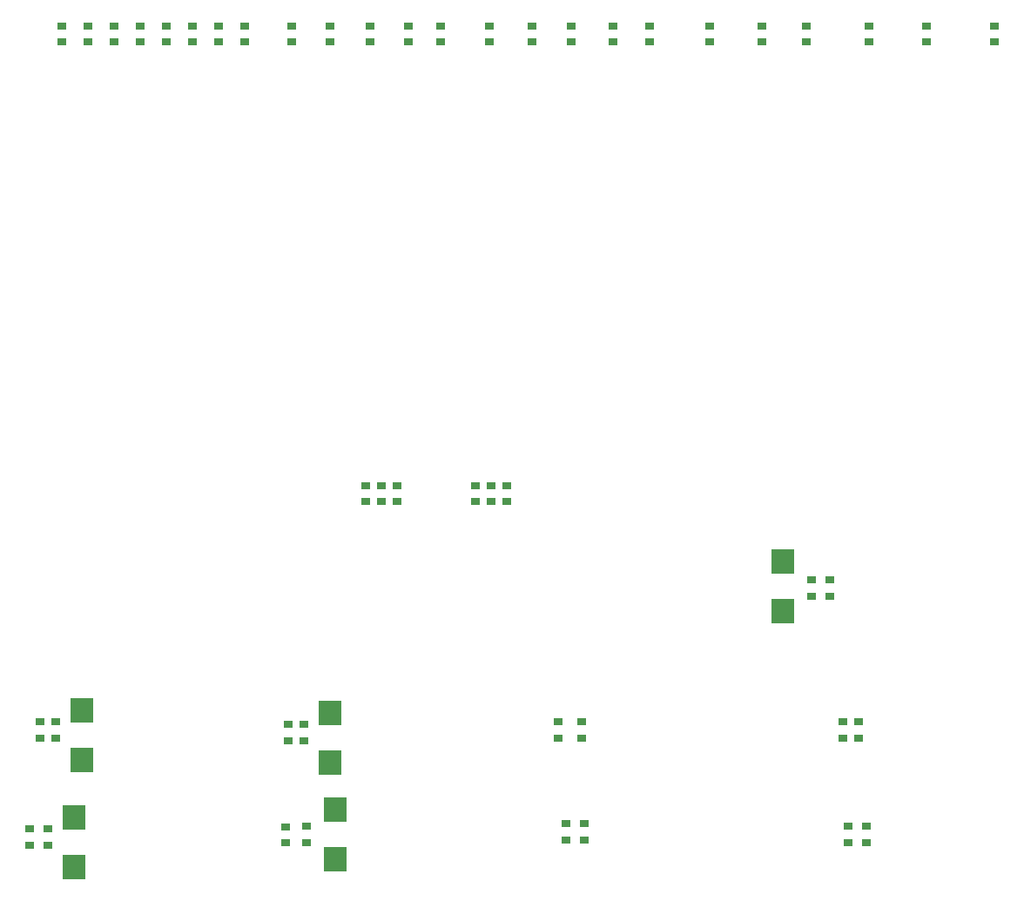
<source format=gbp>
G04*
G04 #@! TF.GenerationSoftware,Altium Limited,Altium Designer,22.3.1 (43)*
G04*
G04 Layer_Color=128*
%FSLAX25Y25*%
%MOIN*%
G70*
G04*
G04 #@! TF.SameCoordinates,D44AF7EC-015F-415D-BC9C-BA0083E1B9C0*
G04*
G04*
G04 #@! TF.FilePolarity,Positive*
G04*
G01*
G75*
%ADD18R,0.03740X0.03150*%
%ADD55R,0.08858X0.09252*%
D18*
X432000Y336850D02*
D03*
Y343150D02*
D03*
X406000D02*
D03*
Y336850D02*
D03*
X384000D02*
D03*
Y343150D02*
D03*
X360000D02*
D03*
Y336850D02*
D03*
X343000Y343150D02*
D03*
Y336850D02*
D03*
X323000Y343150D02*
D03*
Y336850D02*
D03*
X300000Y343150D02*
D03*
Y336850D02*
D03*
X286000Y343150D02*
D03*
Y336850D02*
D03*
X270000Y343150D02*
D03*
Y336850D02*
D03*
X255000Y343150D02*
D03*
Y336850D02*
D03*
X238500Y343150D02*
D03*
Y336850D02*
D03*
X220000Y343150D02*
D03*
Y336850D02*
D03*
X207500Y343150D02*
D03*
Y336850D02*
D03*
X193000Y343150D02*
D03*
Y336850D02*
D03*
X163000Y343150D02*
D03*
Y336850D02*
D03*
X177500D02*
D03*
Y343150D02*
D03*
X145000D02*
D03*
Y336850D02*
D03*
X135000Y343150D02*
D03*
Y336850D02*
D03*
X125000Y343150D02*
D03*
Y336850D02*
D03*
X115000Y343150D02*
D03*
Y336850D02*
D03*
X95000Y343150D02*
D03*
Y336850D02*
D03*
X105000Y343150D02*
D03*
Y336850D02*
D03*
X85000Y343150D02*
D03*
Y336850D02*
D03*
X75000Y343150D02*
D03*
Y336850D02*
D03*
X264850Y70350D02*
D03*
Y76650D02*
D03*
X273850Y70350D02*
D03*
Y76650D02*
D03*
X267850Y31350D02*
D03*
Y37650D02*
D03*
X274850Y31350D02*
D03*
Y37650D02*
D03*
X373850Y70350D02*
D03*
Y76650D02*
D03*
X379850Y70350D02*
D03*
Y76650D02*
D03*
X382850Y30500D02*
D03*
Y36799D02*
D03*
X375850Y30350D02*
D03*
Y36650D02*
D03*
X160500Y30201D02*
D03*
Y36500D02*
D03*
X168500Y30350D02*
D03*
Y36650D02*
D03*
X161500Y69350D02*
D03*
Y75650D02*
D03*
X167500Y69350D02*
D03*
Y75650D02*
D03*
X62500Y29350D02*
D03*
X66500Y70350D02*
D03*
X69500Y29350D02*
D03*
X72500Y70500D02*
D03*
X191332Y167150D02*
D03*
X197332D02*
D03*
X203332D02*
D03*
X233332D02*
D03*
X245332D02*
D03*
X239332D02*
D03*
X362000Y124701D02*
D03*
X369000D02*
D03*
X62500Y35650D02*
D03*
X66500Y76650D02*
D03*
X69500Y35650D02*
D03*
X72500Y76799D02*
D03*
X197332Y160850D02*
D03*
X191332D02*
D03*
X203332D02*
D03*
X239332D02*
D03*
X233332D02*
D03*
X245332D02*
D03*
X362000Y131000D02*
D03*
X369000D02*
D03*
D55*
X179500Y43146D02*
D03*
Y23854D02*
D03*
X177500Y80146D02*
D03*
Y60854D02*
D03*
X79500Y20854D02*
D03*
X82500Y61854D02*
D03*
X351000Y118850D02*
D03*
X79500Y40146D02*
D03*
X82500Y81146D02*
D03*
X351000Y138142D02*
D03*
M02*

</source>
